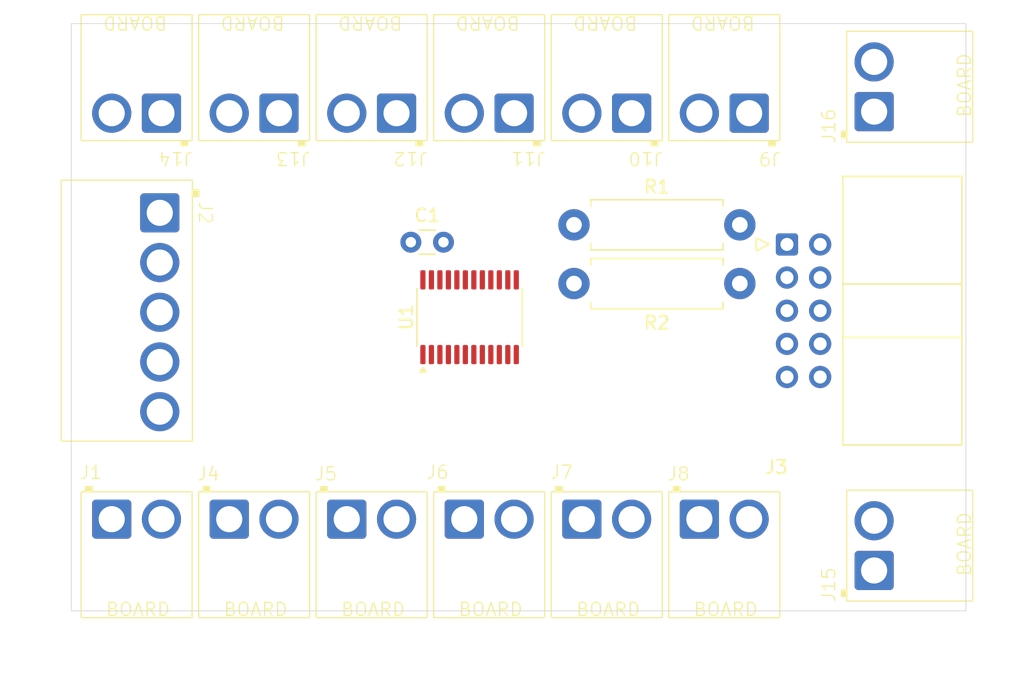
<source format=kicad_pcb>
(kicad_pcb (version 20241229) (generator "pcbnew") (generator_version "9.0")
  (layers (0 "F.Cu" signal) (2 "B.Cu" signal) (13 "F.Paste" user) (15 "B.Paste" user) (5 "F.SilkS" user "F.Silkscreen") (7 "B.SilkS" user "B.Silkscreen") (1 "F.Mask" user) (3 "B.Mask" user) (25 "Edge.Cuts" user))
  (net 0 "")
  (net 1 "GND")
  (net 2 "VDD")
  (net 3 "/IO0_0")
  (net 4 "/IO1_4")
  (net 5 "/IO1_5")
  (net 6 "/IO1_7")
  (net 7 "/IO1_6")
  (net 8 "/SPI_MISO")
  (net 9 "/SCL")
  (net 10 "/GPIO3")
  (net 11 "/SPI_MOSI")
  (net 12 "/GPIO2")
  (net 13 "/SPI_CLK")
  (net 14 "/GPIO1")
  (net 15 "/SDA")
  (net 16 "/IO0_1")
  (net 17 "/IO0_2")
  (net 18 "/IO0_3")
  (net 19 "/IO0_4")
  (net 20 "/IO0_5")
  (net 21 "/IO0_6")
  (net 22 "/IO0_7")
  (net 23 "/IO1_0")
  (net 24 "/IO1_1")
  (net 25 "/IO1_2")
  (net 26 "/IO1_3")
  (footprint "Resistor_THT:R_Axial_DIN0411_L9.9mm_D3.6mm_P12.70mm_Horizontal" (layer "F.Cu") (at 119.9925 69.92)
    (property "Reference" "R2" (at 6.35 3 0) (layer "F.SilkS"))
    (property "Value" "4.7k")
    (fp_line (start 1.28 -1.92) (end 11.42 -1.92) (stroke (width 0.12)) (layer "F.SilkS"))
    (fp_line (start 1.28 -1.44) (end 1.28 -1.92) (stroke (width 0.12)) (layer "F.SilkS"))
    (fp_line (start 1.28 1.44) (end 1.28 1.92) (stroke (width 0.12)) (layer "F.SilkS"))
    (fp_line (start 1.28 1.92) (end 11.42 1.92) (stroke (width 0.12)) (layer "F.SilkS"))
    (fp_line (start 11.42 -1.92) (end 11.42 -1.44) (stroke (width 0.12)) (layer "F.SilkS"))
    (fp_line (start 11.42 1.92) (end 11.42 1.44) (stroke (width 0.12)) (layer "F.SilkS"))
    (pad "1" thru_hole circle (at 0 0) (size 2.4 2.4) (drill 1.2) (layers "*.Cu" "*.Mask") (net 2 "VDD"))
    (pad "2" thru_hole oval (at 12.7 0) (size 2.4 2.4) (drill 1.2) (layers "*.Cu" "*.Mask") (net 9 "/SCL"))
  )
  (footprint "IOExpander16Footprints:WJ15EDGRC-3.81-2P" (layer "F.Cu") (at 142.975 56.745 90)
    (property "Reference" "J16" (at -1.095 -3.475 90) (layer "F.SilkS") (effects (font (thickness 0.1))))
    (property "Value" "Screw_Terminal_01x02")
    (fp_rect (start -2 -2.5) (end -1.5 -2.1) (stroke (width 0.1)) (fill yes) (layer "F.SilkS"))
    (fp_rect (start -2.345 -2.1) (end 6.155 7.55) (stroke (width 0.1)) (fill no) (layer "F.SilkS"))
    (fp_text user "BOARD" (at -0.5 7.5 90) (layer "F.SilkS") (effects (font (thickness 0.1)) (justify left bottom)))
    (pad "1" thru_hole roundrect (at 0 0 90) (size 3 3) (drill 2) (layers "*.Cu" "*.Mask") (roundrect_rratio 0.09842519685) (net 2 "VDD"))
    (pad "2" thru_hole circle (at 3.81 0 90) (size 3 3) (drill 2) (layers "*.Cu" "*.Mask") (net 1 "GND"))
  )
  (footprint "IOExpander16Footprints:WJ15EDGRC-3.81-5P" (layer "F.Cu") (at 88.275 64.5 -90)
    (property "Reference" "J2" (at 0 -3.5 270) (layer "F.SilkS") (effects (font (thickness 0.1))))
    (property "Value" "Screw_Terminal_01x05")
    (fp_rect (start -2.5 -2.5) (end 17.5 7.55) (stroke (width 0.1)) (fill no) (layer "F.SilkS"))
    (fp_rect (start -1.75 -3) (end -1.25 -2.5) (stroke (width 0.1)) (fill yes) (layer "F.SilkS"))
    (pad "1" thru_hole roundrect (at 0 0 90) (size 3 3) (drill 2) (layers "*.Cu" "*.Mask") (roundrect_rratio 0.09842519685) (net 4 "/IO1_4"))
    (pad "2" thru_hole circle (at 3.81 0 90) (size 3 3) (drill 2) (layers "*.Cu" "*.Mask") (net 5 "/IO1_5"))
    (pad "3" thru_hole circle (at 7.62 0 90) (size 3 3) (drill 2) (layers "*.Cu" "*.Mask") (net 7 "/IO1_6"))
    (pad "4" thru_hole circle (at 11.43 0 90) (size 3 3) (drill 2) (layers "*.Cu" "*.Mask") (net 6 "/IO1_7"))
    (pad "5" thru_hole circle (at 15.24 0 90) (size 3 3) (drill 2) (layers "*.Cu" "*.Mask") (net 1 "GND"))
  )
  (footprint "IOExpander16Footprints:WJ15EDGRC-3.81-2P" (layer "F.Cu") (at 124.405 56.865 180)
    (property "Reference" "J10" (at -1.095 -3.475 180) (layer "F.SilkS") (effects (font (thickness 0.1))))
    (property "Value" "Screw_Terminal_01x02")
    (fp_rect (start -2 -2.5) (end -1.5 -2.1) (stroke (width 0.1)) (fill yes) (layer "F.SilkS"))
    (fp_rect (start -2.345 -2.1) (end 6.155 7.55) (stroke (width 0.1)) (fill no) (layer "F.SilkS"))
    (fp_text user "BOARD" (at -0.5 7.5 180) (layer "F.SilkS") (effects (font (thickness 0.1)) (justify left bottom)))
    (pad "1" thru_hole roundrect (at 0 0 180) (size 3 3) (drill 2) (layers "*.Cu" "*.Mask") (roundrect_rratio 0.09842519685) (net 22 "/IO0_7"))
    (pad "2" thru_hole circle (at 3.81 0 180) (size 3 3) (drill 2) (layers "*.Cu" "*.Mask") (net 1 "GND"))
  )
  (footprint "IOExpander16Footprints:WJ15EDGRC-3.81-2P" (layer "F.Cu") (at 93.595 87.975)
    (property "Reference" "J4" (at -1.595 -3.475 0) (layer "F.SilkS") (effects (font (thickness 0.1))))
    (property "Value" "Screw_Terminal_01x02")
    (fp_rect (start -2.345 -2.1) (end 6.155 7.55) (stroke (width 0.1)) (fill no) (layer "F.SilkS"))
    (fp_rect (start -2 -2.5) (end -1.5 -2.1) (stroke (width 0.1)) (fill yes) (layer "F.SilkS"))
    (fp_text user "BOARD" (at -0.5 7.5 0) (layer "F.SilkS") (effects (font (thickness 0.1)) (justify left bottom)))
    (pad "1" thru_hole roundrect (at 0 0) (size 3 3) (drill 2) (layers "*.Cu" "*.Mask") (roundrect_rratio 0.09842519685) (net 16 "/IO0_1"))
    (pad "2" thru_hole circle (at 3.81 0) (size 3 3) (drill 2) (layers "*.Cu" "*.Mask") (net 1 "GND"))
  )
  (footprint "IOExpander16Footprints:WJ15EDGRC-3.81-2P" (layer "F.Cu") (at 97.405 56.865 180)
    (property "Reference" "J13" (at -1.095 -3.475 180) (layer "F.SilkS") (effects (font (thickness 0.1))))
    (property "Value" "Screw_Terminal_01x02")
    (fp_rect (start -2 -2.5) (end -1.5 -2.1) (stroke (width 0.1)) (fill yes) (layer "F.SilkS"))
    (fp_rect (start -2.345 -2.1) (end 6.155 7.55) (stroke (width 0.1)) (fill no) (layer "F.SilkS"))
    (fp_text user "BOARD" (at -0.5 7.5 180) (layer "F.SilkS") (effects (font (thickness 0.1)) (justify left bottom)))
    (pad "1" thru_hole roundrect (at 0 0 180) (size 3 3) (drill 2) (layers "*.Cu" "*.Mask") (roundrect_rratio 0.09842519685) (net 25 "/IO1_2"))
    (pad "2" thru_hole circle (at 3.81 0 180) (size 3 3) (drill 2) (layers "*.Cu" "*.Mask") (net 1 "GND"))
  )
  (footprint "IOExpander16Footprints:WJ15EDGRC-3.81-2P" (layer "F.Cu") (at 111.595 87.975)
    (property "Reference" "J6" (at -2.0475 -3.6 0) (layer "F.SilkS") (effects (font (thickness 0.1))))
    (property "Value" "Screw_Terminal_01x02")
    (fp_rect (start -2.345 -2.1) (end 6.155 7.55) (stroke (width 0.1)) (fill no) (layer "F.SilkS"))
    (fp_rect (start -2 -2.5) (end -1.5 -2.1) (stroke (width 0.1)) (fill yes) (layer "F.SilkS"))
    (fp_text user "BOARD" (at -0.5 7.5 0) (layer "F.SilkS") (effects (font (thickness 0.1)) (justify left bottom)))
    (pad "1" thru_hole roundrect (at 0 0) (size 3 3) (drill 2) (layers "*.Cu" "*.Mask") (roundrect_rratio 0.09842519685) (net 18 "/IO0_3"))
    (pad "2" thru_hole circle (at 3.81 0) (size 3 3) (drill 2) (layers "*.Cu" "*.Mask") (net 1 "GND"))
  )
  (footprint "IOExpander16Footprints:WJ15EDGRC-3.81-2P" (layer "F.Cu") (at 115.405 56.865 180)
    (property "Reference" "J11" (at -1.095 -3.475 180) (layer "F.SilkS") (effects (font (thickness 0.1))))
    (property "Value" "Screw_Terminal_01x02")
    (fp_rect (start -2 -2.5) (end -1.5 -2.1) (stroke (width 0.1)) (fill yes) (layer "F.SilkS"))
    (fp_rect (start -2.345 -2.1) (end 6.155 7.55) (stroke (width 0.1)) (fill no) (layer "F.SilkS"))
    (fp_text user "BOARD" (at -0.5 7.5 180) (layer "F.SilkS") (effects (font (thickness 0.1)) (justify left bottom)))
    (pad "1" thru_hole roundrect (at 0 0 180) (size 3 3) (drill 2) (layers "*.Cu" "*.Mask") (roundrect_rratio 0.09842519685) (net 23 "/IO1_0"))
    (pad "2" thru_hole circle (at 3.81 0 180) (size 3 3) (drill 2) (layers "*.Cu" "*.Mask") (net 1 "GND"))
  )
  (footprint "Connector_IDC:IDC-Header_2x05_P2.54mm_Horizontal" (layer "F.Cu") (at 136.3025 66.92)
    (property "Reference" "J3" (at -0.8025 17.08 0) (layer "F.SilkS"))
    (property "Value" "Conn_02x05_Counter_Clockwise")
    (fp_line (start -2.35 -0.5) (end -2.35 0.5) (stroke (width 0.12)) (layer "F.SilkS"))
    (fp_line (start -2.35 0.5) (end -1.35 0) (stroke (width 0.12)) (layer "F.SilkS"))
    (fp_line (start -1.35 0) (end -2.35 -0.5) (stroke (width 0.12)) (layer "F.SilkS"))
    (fp_line (start 4.27 -5.21) (end 13.39 -5.21) (stroke (width 0.12)) (layer "F.SilkS"))
    (fp_line (start 4.27 3.03) (end 13.39 3.03) (stroke (width 0.12)) (layer "F.SilkS"))
    (fp_line (start 4.27 7.13) (end 13.39 7.13) (stroke (width 0.12)) (layer "F.SilkS"))
    (fp_line (start 4.27 15.37) (end 4.27 -5.21) (stroke (width 0.12)) (layer "F.SilkS"))
    (fp_line (start 13.39 -5.21) (end 13.39 15.37) (stroke (width 0.12)) (layer "F.SilkS"))
    (fp_line (start 13.39 15.37) (end 4.27 15.37) (stroke (width 0.12)) (layer "F.SilkS"))
    (pad "1" thru_hole roundrect (at 0 0) (size 1.7 1.7) (drill 1) (layers "*.Cu" "*.Mask") (roundrect_rratio 0.147059) (net 2 "VDD"))
    (pad "2" thru_hole circle (at 2.54 0) (size 1.7 1.7) (drill 1) (layers "*.Cu" "*.Mask") (net 1 "GND"))
    (pad "3" thru_hole circle (at 0 2.54) (size 1.7 1.7) (drill 1) (layers "*.Cu" "*.Mask") (net 11 "/SPI_MOSI"))
    (pad "4" thru_hole circle (at 2.54 2.54) (size 1.7 1.7) (drill 1) (layers "*.Cu" "*.Mask") (net 15 "/SDA"))
    (pad "5" thru_hole circle (at 0 5.08) (size 1.7 1.7) (drill 1) (layers "*.Cu" "*.Mask") (net 8 "/SPI_MISO"))
    (pad "6" thru_hole circle (at 2.54 5.08) (size 1.7 1.7) (drill 1) (layers "*.Cu" "*.Mask") (net 9 "/SCL"))
    (pad "7" thru_hole circle (at 0 7.62) (size 1.7 1.7) (drill 1) (layers "*.Cu" "*.Mask") (net 13 "/SPI_CLK"))
    (pad "8" thru_hole circle (at 2.54 7.62) (size 1.7 1.7) (drill 1) (layers "*.Cu" "*.Mask") (net 12 "/GPIO2"))
    (pad "9" thru_hole circle (at 0 10.16) (size 1.7 1.7) (drill 1) (layers "*.Cu" "*.Mask") (net 14 "/GPIO1"))
    (pad "10" thru_hole circle (at 2.54 10.16) (size 1.7 1.7) (drill 1) (layers "*.Cu" "*.Mask") (net 10 "/GPIO3"))
  )
  (footprint "Resistor_THT:R_Axial_DIN0411_L9.9mm_D3.6mm_P12.70mm_Horizontal" (layer "F.Cu") (at 119.9925 65.42)
    (property "Reference" "R1" (at 6.35 -2.92 0) (layer "F.SilkS"))
    (property "Value" "4.7k")
    (fp_line (start 1.28 -1.92) (end 11.42 -1.92) (stroke (width 0.12)) (layer "F.SilkS"))
    (fp_line (start 1.28 -1.44) (end 1.28 -1.92) (stroke (width 0.12)) (layer "F.SilkS"))
    (fp_line (start 1.28 1.44) (end 1.28 1.92) (stroke (width 0.12)) (layer "F.SilkS"))
    (fp_line (start 1.28 1.92) (end 11.42 1.92) (stroke (width 0.12)) (layer "F.SilkS"))
    (fp_line (start 11.42 -1.92) (end 11.42 -1.44) (stroke (width 0.12)) (layer "F.SilkS"))
    (fp_line (start 11.42 1.92) (end 11.42 1.44) (stroke (width 0.12)) (layer "F.SilkS"))
    (pad "1" thru_hole circle (at 0 0) (size 2.4 2.4) (drill 1.2) (layers "*.Cu" "*.Mask") (net 2 "VDD"))
    (pad "2" thru_hole oval (at 12.7 0) (size 2.4 2.4) (drill 1.2) (layers "*.Cu" "*.Mask") (net 15 "/SDA"))
  )
  (footprint "IOExpander16Footprints:WJ15EDGRC-3.81-2P" (layer "F.Cu") (at 120.595 87.975)
    (property "Reference" "J7" (at -1.5475 -3.6 0) (layer "F.SilkS") (effects (font (thickness 0.1))))
    (property "Value" "Screw_Terminal_01x02")
    (fp_rect (start -2.345 -2.1) (end 6.155 7.55) (stroke (width 0.1)) (fill no) (layer "F.SilkS"))
    (fp_rect (start -2 -2.5) (end -1.5 -2.1) (stroke (width 0.1)) (fill yes) (layer "F.SilkS"))
    (fp_text user "BOARD" (at -0.5 7.5 0) (layer "F.SilkS") (effects (font (thickness 0.1)) (justify left bottom)))
    (pad "1" thru_hole roundrect (at 0 0) (size 3 3) (drill 2) (layers "*.Cu" "*.Mask") (roundrect_rratio 0.09842519685) (net 19 "/IO0_4"))
    (pad "2" thru_hole circle (at 3.81 0) (size 3 3) (drill 2) (layers "*.Cu" "*.Mask") (net 1 "GND"))
  )
  (footprint "IOExpander16Footprints:WJ15EDGRC-3.81-2P" (layer "F.Cu") (at 133.405 56.865 180)
    (property "Reference" "J9" (at -1.595 -3.475 180) (layer "F.SilkS") (effects (font (thickness 0.1))))
    (property "Value" "Screw_Terminal_01x02")
    (fp_rect (start -2 -2.5) (end -1.5 -2.1) (stroke (width 0.1)) (fill yes) (layer "F.SilkS"))
    (fp_rect (start -2.345 -2.1) (end 6.155 7.55) (stroke (width 0.1)) (fill no) (layer "F.SilkS"))
    (fp_text user "BOARD" (at -0.5 7.5 180) (layer "F.SilkS") (effects (font (thickness 0.1)) (justify left bottom)))
    (pad "1" thru_hole roundrect (at 0 0 180) (size 3 3) (drill 2) (layers "*.Cu" "*.Mask") (roundrect_rratio 0.09842519685) (net 21 "/IO0_6"))
    (pad "2" thru_hole circle (at 3.81 0 180) (size 3 3) (drill 2) (layers "*.Cu" "*.Mask") (net 1 "GND"))
  )
  (footprint "IOExpander16Footprints:WJ15EDGRC-3.81-2P" (layer "F.Cu") (at 106.405 56.865 180)
    (property "Reference" "J12" (at -1.095 -3.475 180) (layer "F.SilkS") (effects (font (thickness 0.1))))
    (property "Value" "Screw_Terminal_01x02")
    (fp_rect (start -2 -2.5) (end -1.5 -2.1) (stroke (width 0.1)) (fill yes) (layer "F.SilkS"))
    (fp_rect (start -2.345 -2.1) (end 6.155 7.55) (stroke (width 0.1)) (fill no) (layer "F.SilkS"))
    (fp_text user "BOARD" (at -0.5 7.5 180) (layer "F.SilkS") (effects (font (thickness 0.1)) (justify left bottom)))
    (pad "1" thru_hole roundrect (at 0 0 180) (size 3 3) (drill 2) (layers "*.Cu" "*.Mask") (roundrect_rratio 0.09842519685) (net 24 "/IO1_1"))
    (pad "2" thru_hole circle (at 3.81 0 180) (size 3 3) (drill 2) (layers "*.Cu" "*.Mask") (net 1 "GND"))
  )
  (footprint "Package_SO:TSSOP-24_4.4x7.8mm_P0.65mm" (layer "F.Cu") (at 112 72.5 90)
    (property "Reference" "U1" (at 0 -4.85 90) (layer "F.SilkS"))
    (property "Value" "XL9555")
    (fp_line (start 0 -4.035) (end 2.2 -4.035) (stroke (width 0.12)) (layer "F.SilkS"))
    (fp_line (start 0 -4.035) (end -2.2 -4.035) (stroke (width 0.12)) (layer "F.SilkS"))
    (fp_line (start 0 4.035) (end 2.2 4.035) (stroke (width 0.12)) (layer "F.SilkS"))
    (fp_line (start 0 4.035) (end -2.2 4.035) (stroke (width 0.12)) (layer "F.SilkS"))
    (fp_poly (pts (xy -3.86 -3.575) (xy -4.19 -3.815) (xy -4.19 -3.335) (xy -3.86 -3.575)) (stroke (width 0.12)) (fill yes) (layer "F.SilkS"))
    (pad "1" smd roundrect (at -2.8625 -3.575 90) (size 1.475 0.4) (layers "F.Cu" "F.Mask" "F.Paste") (net 12 "/GPIO2"))
    (pad "2" smd roundrect (at -2.8625 -2.925 90) (size 1.475 0.4) (layers "F.Cu" "F.Mask" "F.Paste") (net 1 "GND"))
    (pad "3" smd roundrect (at -2.8625 -2.275 90) (size 1.475 0.4) (layers "F.Cu" "F.Mask" "F.Paste") (net 1 "GND"))
    (pad "4" smd roundrect (at -2.8625 -1.625 90) (size 1.475 0.4) (layers "F.Cu" "F.Mask" "F.Paste") (net 3 "/IO0_0"))
    (pad "5" smd roundrect (at -2.8625 -0.975 90) (size 1.475 0.4) (layers "F.Cu" "F.Mask" "F.Paste") (net 16 "/IO0_1"))
    (pad "6" smd roundrect (at -2.8625 -0.325 90) (size 1.475 0.4) (layers "F.Cu" "F.Mask" "F.Paste") (net 17 "/IO0_2"))
    (pad "7" smd roundrect (at -2.8625 0.325 90) (size 1.475 0.4) (layers "F.Cu" "F.Mask" "F.Paste") (net 18 "/IO0_3"))
    (pad "8" smd roundrect (at -2.8625 0.975 90) (size 1.475 0.4) (layers "F.Cu" "F.Mask" "F.Paste") (net 19 "/IO0_4"))
    (pad "9" smd roundrect (at -2.8625 1.625 90) (size 1.475 0.4) (layers "F.Cu" "F.Mask" "F.Paste") (net 20 "/IO0_5"))
    (pad "10" smd roundrect (at -2.8625 2.275 90) (size 1.475 0.4) (layers "F.Cu" "F.Mask" "F.Paste") (net 21 "/IO0_6"))
    (pad "11" smd roundrect (at -2.8625 2.925 90) (size 1.475 0.4) (layers "F.Cu" "F.Mask" "F.Paste") (net 22 "/IO0_7"))
    (pad "12" smd roundrect (at -2.8625 3.575 90) (size 1.475 0.4) (layers "F.Cu" "F.Mask" "F.Paste") (net 1 "GND"))
    (pad "13" smd roundrect (at 2.8625 3.575 90) (size 1.475 0.4) (layers "F.Cu" "F.Mask" "F.Paste") (net 23 "/IO1_0"))
    (pad "14" smd roundrect (at 2.8625 2.925 90) (size 1.475 0.4) (layers "F.Cu" "F.Mask" "F.Paste") (net 24 "/IO1_1"))
    (pad "15" smd roundrect (at 2.8625 2.275 90) (size 1.475 0.4) (layers "F.Cu" "F.Mask" "F.Paste") (net 25 "/IO1_2"))
    (pad "16" smd roundrect (at 2.8625 1.625 90) (size 1.475 0.4) (layers "F.Cu" "F.Mask" "F.Paste") (net 26 "/IO1_3"))
    (pad "17" smd roundrect (at 2.8625 0.975 90) (size 1.475 0.4) (layers "F.Cu" "F.Mask" "F.Paste") (net 4 "/IO1_4"))
    (pad "18" smd roundrect (at 2.8625 0.325 90) (size 1.475 0.4) (layers "F.Cu" "F.Mask" "F.Paste") (net 5 "/IO1_5"))
    (pad "19" smd roundrect (at 2.8625 -0.325 90) (size 1.475 0.4) (layers "F.Cu" "F.Mask" "F.Paste") (net 7 "/IO1_6"))
    (pad "20" smd roundrect (at 2.8625 -0.975 90) (size 1.475 0.4) (layers "F.Cu" "F.Mask" "F.Paste") (net 6 "/IO1_7"))
    (pad "21" smd roundrect (at 2.8625 -1.625 90) (size 1.475 0.4) (layers "F.Cu" "F.Mask" "F.Paste") (net 1 "GND"))
    (pad "22" smd roundrect (at 2.8625 -2.275 90) (size 1.475 0.4) (layers "F.Cu" "F.Mask" "F.Paste") (net 15 "/SDA"))
    (pad "23" smd roundrect (at 2.8625 -2.925 90) (size 1.475 0.4) (layers "F.Cu" "F.Mask" "F.Paste") (net 9 "/SCL"))
    (pad "24" smd roundrect (at 2.8625 -3.575 90) (size 1.475 0.4) (layers "F.Cu" "F.Mask" "F.Paste") (net 2 "VDD"))
  )
  (footprint "IOExpander16Footprints:WJ15EDGRC-3.81-2P" (layer "F.Cu") (at 142.975 91.905 90)
    (property "Reference" "J15" (at -1.095 -3.475 90) (layer "F.SilkS") (effects (font (thickness 0.1))))
    (property "Value" "Screw_Terminal_01x02")
    (fp_rect (start -2 -2.5) (end -1.5 -2.1) (stroke (width 0.1)) (fill yes) (layer "F.SilkS"))
    (fp_rect (start -2.345 -2.1) (end 6.155 7.55) (stroke (width 0.1)) (fill no) (layer "F.SilkS"))
    (fp_text user "BOARD" (at -0.5 7.5 90) (layer "F.SilkS") (effects (font (thickness 0.1)) (justify left bottom)))
    (pad "1" thru_hole roundrect (at 0 0 90) (size 3 3) (drill 2) (layers "*.Cu" "*.Mask") (roundrect_rratio 0.09842519685) (net 2 "VDD"))
    (pad "2" thru_hole circle (at 3.81 0 90) (size 3 3) (drill 2) (layers "*.Cu" "*.Mask") (net 1 "GND"))
  )
  (footprint "IOExpander16Footprints:WJ15EDGRC-3.81-2P" (layer "F.Cu") (at 88.405 56.865 180)
    (property "Reference" "J14" (at -1.095 -3.475 180) (layer "F.SilkS") (effects (font (thickness 0.1))))
    (property "Value" "Screw_Terminal_01x02")
    (fp_rect (start -2 -2.5) (end -1.5 -2.1) (stroke (width 0.1)) (fill yes) (layer "F.SilkS"))
    (fp_rect (start -2.345 -2.1) (end 6.155 7.55) (stroke (width 0.1)) (fill no) (layer "F.SilkS"))
    (fp_text user "BOARD" (at -0.5 7.5 180) (layer "F.SilkS") (effects (font (thickness 0.1)) (justify left bottom)))
    (pad "1" thru_hole roundrect (at 0 0 180) (size 3 3) (drill 2) (layers "*.Cu" "*.Mask") (roundrect_rratio 0.09842519685) (net 26 "/IO1_3"))
    (pad "2" thru_hole circle (at 3.81 0 180) (size 3 3) (drill 2) (layers "*.Cu" "*.Mask") (net 1 "GND"))
  )
  (footprint "IOExpander16Footprints:WJ15EDGRC-3.81-2P" (layer "F.Cu") (at 102.595 87.975)
    (property "Reference" "J5" (at -1.595 -3.475 0) (layer "F.SilkS") (effects (font (thickness 0.1))))
    (property "Value" "Screw_Terminal_01x02")
    (fp_rect (start -2.345 -2.1) (end 6.155 7.55) (stroke (width 0.1)) (fill no) (layer "F.SilkS"))
    (fp_rect (start -2 -2.5) (end -1.5 -2.1) (stroke (width 0.1)) (fill yes) (layer "F.SilkS"))
    (fp_text user "BOARD" (at -0.5 7.5 0) (layer "F.SilkS") (effects (font (thickness 0.1)) (justify left bottom)))
    (pad "1" thru_hole roundrect (at 0 0) (size 3 3) (drill 2) (layers "*.Cu" "*.Mask") (roundrect_rratio 0.09842519685) (net 17 "/IO0_2"))
    (pad "2" thru_hole circle (at 3.81 0) (size 3 3) (drill 2) (layers "*.Cu" "*.Mask") (net 1 "GND"))
  )
  (footprint "IOExpander16Footprints:WJ15EDGRC-3.81-2P" (layer "F.Cu") (at 129.595 87.975)
    (property "Reference" "J8" (at -1.595 -3.475 0) (layer "F.SilkS") (effects (font (thickness 0.1))))
    (property "Value" "Screw_Terminal_01x02")
    (fp_rect (start -2.345 -2.1) (end 6.155 7.55) (stroke (width 0.1)) (fill no) (layer "F.SilkS"))
    (fp_rect (start -2 -2.5) (end -1.5 -2.1) (stroke (width 0.1)) (fill yes) (layer "F.SilkS"))
    (fp_text user "BOARD" (at -0.5 7.5 0) (layer "F.SilkS") (effects (font (thickness 0.1)) (justify left bottom)))
    (pad "1" thru_hole roundrect (at 0 0) (size 3 3) (drill 2) (layers "*.Cu" "*.Mask") (roundrect_rratio 0.09842519685) (net 20 "/IO0_5"))
    (pad "2" thru_hole circle (at 3.81 0) (size 3 3) (drill 2) (layers "*.Cu" "*.Mask") (net 1 "GND"))
  )
  (footprint "Capacitor_THT:C_Disc_D3.0mm_W1.6mm_P2.50mm" (layer "F.Cu") (at 107.5 66.75)
    (property "Reference" "C1" (at 1.25 -2.05 0) (layer "F.SilkS"))
    (property "Value" "100nF")
    (fp_line (start 0.621 -0.92) (end 1.879 -0.92) (stroke (width 0.12)) (layer "F.SilkS"))
    (fp_line (start 0.621 0.92) (end 1.879 0.92) (stroke (width 0.12)) (layer "F.SilkS"))
    (pad "1" thru_hole circle (at 0 0) (size 1.6 1.6) (drill 0.8) (layers "*.Cu" "*.Mask") (net 2 "VDD"))
    (pad "2" thru_hole circle (at 2.5 0) (size 1.6 1.6) (drill 0.8) (layers "*.Cu" "*.Mask") (net 1 "GND"))
  )
  (footprint "IOExpander16Footprints:WJ15EDGRC-3.81-2P" (layer "F.Cu") (at 84.595 87.975)
    (property "Reference" "J1" (at -1.595 -3.578554 0) (layer "F.SilkS") (effects (font (thickness 0.1))))
    (property "Value" "Screw_Terminal_01x02")
    (fp_rect (start -2.345 -2.1) (end 6.155 7.55) (stroke (width 0.1)) (fill no) (layer "F.SilkS"))
    (fp_rect (start -2 -2.5) (end -1.5 -2.1) (stroke (width 0.1)) (fill yes) (layer "F.SilkS"))
    (fp_text user "BOARD" (at -0.5 7.5 0) (layer "F.SilkS") (effects (font (thickness 0.1)) (justify left bottom)))
    (pad "1" thru_hole roundrect (at 0 0) (size 3 3) (drill 2) (layers "*.Cu" "*.Mask") (roundrect_rratio 0.09842519685) (net 3 "/IO0_0"))
    (pad "2" thru_hole circle (at 3.81 0) (size 3 3) (drill 2) (layers "*.Cu" "*.Mask") (net 1 "GND"))
  )
  (gr_rect (start 81.5 50) (end 150 95) (stroke (width 0.05)) (fill no) (layer "Edge.Cuts"))
)
</source>
